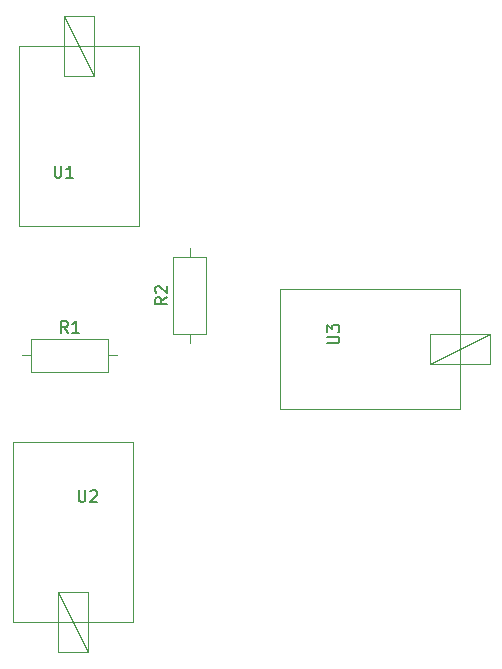
<source format=gbr>
%TF.GenerationSoftware,KiCad,Pcbnew,(5.1.9)-1*%
%TF.CreationDate,2021-10-21T19:00:56-05:00*%
%TF.ProjectId,tutorial2,7475746f-7269-4616-9c32-2e6b69636164,rev?*%
%TF.SameCoordinates,Original*%
%TF.FileFunction,Legend,Top*%
%TF.FilePolarity,Positive*%
%FSLAX46Y46*%
G04 Gerber Fmt 4.6, Leading zero omitted, Abs format (unit mm)*
G04 Created by KiCad (PCBNEW (5.1.9)-1) date 2021-10-21 19:00:56*
%MOMM*%
%LPD*%
G01*
G04 APERTURE LIST*
%ADD10C,0.120000*%
%ADD11C,0.150000*%
G04 APERTURE END LIST*
D10*
%TO.C,U3*%
X147320000Y-87376000D02*
X147320000Y-79756000D01*
X147320000Y-79756000D02*
X132080000Y-79756000D01*
X132080000Y-79756000D02*
X132080000Y-89916000D01*
X132080000Y-89916000D02*
X147320000Y-89916000D01*
X147320000Y-89916000D02*
X147320000Y-87376000D01*
X149860000Y-83566000D02*
X144780000Y-83566000D01*
X144780000Y-83566000D02*
X144780000Y-86106000D01*
X144780000Y-86106000D02*
X149860000Y-83566000D01*
X149860000Y-83566000D02*
X149860000Y-86106000D01*
X149860000Y-86106000D02*
X144780000Y-86106000D01*
%TO.C,U2*%
X112014000Y-107950000D02*
X119634000Y-107950000D01*
X119634000Y-107950000D02*
X119634000Y-92710000D01*
X119634000Y-92710000D02*
X109474000Y-92710000D01*
X109474000Y-92710000D02*
X109474000Y-107950000D01*
X109474000Y-107950000D02*
X112014000Y-107950000D01*
X115824000Y-110490000D02*
X115824000Y-105410000D01*
X115824000Y-105410000D02*
X113284000Y-105410000D01*
X113284000Y-105410000D02*
X115824000Y-110490000D01*
X115824000Y-110490000D02*
X113284000Y-110490000D01*
X113284000Y-110490000D02*
X113284000Y-105410000D01*
%TO.C,U1*%
X117602000Y-59182000D02*
X109982000Y-59182000D01*
X109982000Y-59182000D02*
X109982000Y-74422000D01*
X109982000Y-74422000D02*
X120142000Y-74422000D01*
X120142000Y-74422000D02*
X120142000Y-59182000D01*
X120142000Y-59182000D02*
X117602000Y-59182000D01*
X113792000Y-56642000D02*
X113792000Y-61722000D01*
X113792000Y-61722000D02*
X116332000Y-61722000D01*
X116332000Y-61722000D02*
X113792000Y-56642000D01*
X113792000Y-56642000D02*
X116332000Y-56642000D01*
X116332000Y-56642000D02*
X116332000Y-61722000D01*
%TO.C,R2*%
X123090000Y-83534000D02*
X125830000Y-83534000D01*
X125830000Y-83534000D02*
X125830000Y-76994000D01*
X125830000Y-76994000D02*
X123090000Y-76994000D01*
X123090000Y-76994000D02*
X123090000Y-83534000D01*
X124460000Y-84304000D02*
X124460000Y-83534000D01*
X124460000Y-76224000D02*
X124460000Y-76994000D01*
%TO.C,R1*%
X111030000Y-83974000D02*
X111030000Y-86714000D01*
X111030000Y-86714000D02*
X117570000Y-86714000D01*
X117570000Y-86714000D02*
X117570000Y-83974000D01*
X117570000Y-83974000D02*
X111030000Y-83974000D01*
X110260000Y-85344000D02*
X111030000Y-85344000D01*
X118340000Y-85344000D02*
X117570000Y-85344000D01*
%TO.C,U3*%
D11*
X136112380Y-84327904D02*
X136921904Y-84327904D01*
X137017142Y-84280285D01*
X137064761Y-84232666D01*
X137112380Y-84137428D01*
X137112380Y-83946952D01*
X137064761Y-83851714D01*
X137017142Y-83804095D01*
X136921904Y-83756476D01*
X136112380Y-83756476D01*
X136112380Y-83375523D02*
X136112380Y-82756476D01*
X136493333Y-83089809D01*
X136493333Y-82946952D01*
X136540952Y-82851714D01*
X136588571Y-82804095D01*
X136683809Y-82756476D01*
X136921904Y-82756476D01*
X137017142Y-82804095D01*
X137064761Y-82851714D01*
X137112380Y-82946952D01*
X137112380Y-83232666D01*
X137064761Y-83327904D01*
X137017142Y-83375523D01*
%TO.C,U2*%
X115062095Y-96742380D02*
X115062095Y-97551904D01*
X115109714Y-97647142D01*
X115157333Y-97694761D01*
X115252571Y-97742380D01*
X115443047Y-97742380D01*
X115538285Y-97694761D01*
X115585904Y-97647142D01*
X115633523Y-97551904D01*
X115633523Y-96742380D01*
X116062095Y-96837619D02*
X116109714Y-96790000D01*
X116204952Y-96742380D01*
X116443047Y-96742380D01*
X116538285Y-96790000D01*
X116585904Y-96837619D01*
X116633523Y-96932857D01*
X116633523Y-97028095D01*
X116585904Y-97170952D01*
X116014476Y-97742380D01*
X116633523Y-97742380D01*
%TO.C,U1*%
X113030095Y-69294380D02*
X113030095Y-70103904D01*
X113077714Y-70199142D01*
X113125333Y-70246761D01*
X113220571Y-70294380D01*
X113411047Y-70294380D01*
X113506285Y-70246761D01*
X113553904Y-70199142D01*
X113601523Y-70103904D01*
X113601523Y-69294380D01*
X114601523Y-70294380D02*
X114030095Y-70294380D01*
X114315809Y-70294380D02*
X114315809Y-69294380D01*
X114220571Y-69437238D01*
X114125333Y-69532476D01*
X114030095Y-69580095D01*
%TO.C,R2*%
X122542380Y-80430666D02*
X122066190Y-80764000D01*
X122542380Y-81002095D02*
X121542380Y-81002095D01*
X121542380Y-80621142D01*
X121590000Y-80525904D01*
X121637619Y-80478285D01*
X121732857Y-80430666D01*
X121875714Y-80430666D01*
X121970952Y-80478285D01*
X122018571Y-80525904D01*
X122066190Y-80621142D01*
X122066190Y-81002095D01*
X121637619Y-80049714D02*
X121590000Y-80002095D01*
X121542380Y-79906857D01*
X121542380Y-79668761D01*
X121590000Y-79573523D01*
X121637619Y-79525904D01*
X121732857Y-79478285D01*
X121828095Y-79478285D01*
X121970952Y-79525904D01*
X122542380Y-80097333D01*
X122542380Y-79478285D01*
%TO.C,R1*%
X114133333Y-83426380D02*
X113800000Y-82950190D01*
X113561904Y-83426380D02*
X113561904Y-82426380D01*
X113942857Y-82426380D01*
X114038095Y-82474000D01*
X114085714Y-82521619D01*
X114133333Y-82616857D01*
X114133333Y-82759714D01*
X114085714Y-82854952D01*
X114038095Y-82902571D01*
X113942857Y-82950190D01*
X113561904Y-82950190D01*
X115085714Y-83426380D02*
X114514285Y-83426380D01*
X114800000Y-83426380D02*
X114800000Y-82426380D01*
X114704761Y-82569238D01*
X114609523Y-82664476D01*
X114514285Y-82712095D01*
%TD*%
M02*

</source>
